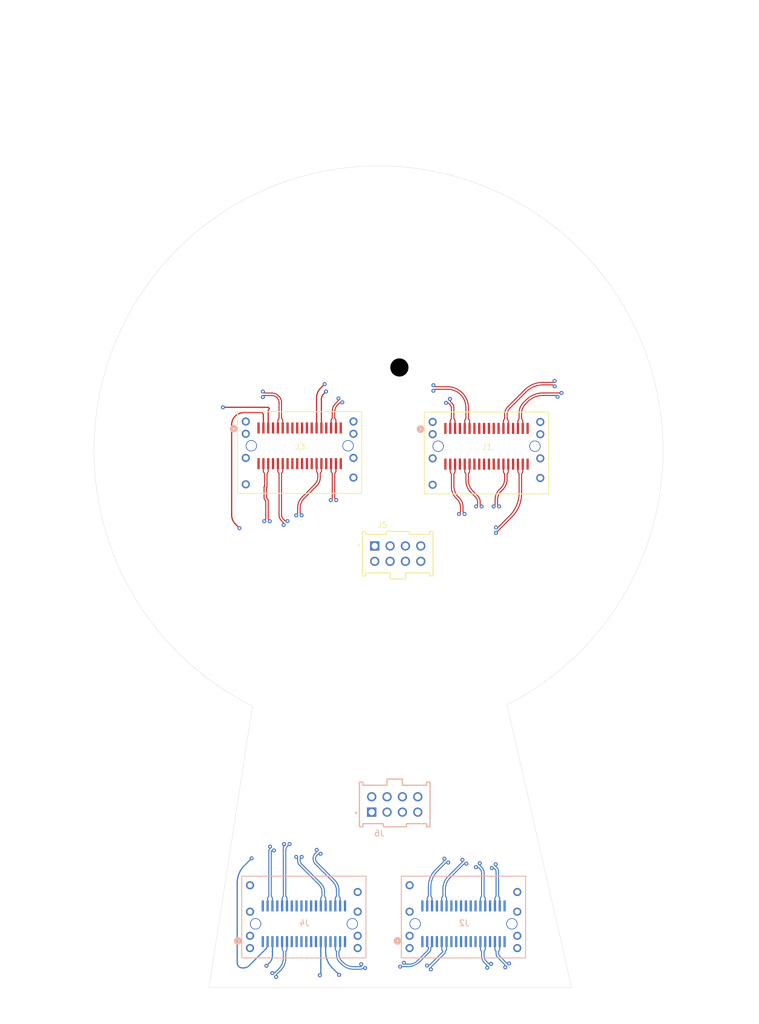
<source format=kicad_pcb>
(kicad_pcb (version 20241229) (generator "pcbnew") (generator_version "9.0")
  (layers (0 "F.Cu" signal "TopLayer") (4 "In1.Cu" signal "Inner1") (6 "In2.Cu" power "Inner2") (8 "In3.Cu" signal) (10 "In4.Cu" signal) (2 "B.Cu" signal "BottomLayer") (13 "F.Paste" user "TopPasteMaskLayer") (15 "B.Paste" user "BottomPasteMaskLayer") (5 "F.SilkS" user "TopSilkLayer") (7 "B.SilkS" user "BottomSilkLayer") (1 "F.Mask" user "TopSolderMaskLayer") (3 "B.Mask" user "BottomSolderMaskLayer") (25 "Edge.Cuts" user))
  (net 0 "")
  (net 1 "DGND")
  (net 2 "Test_point{0}_P")
  (net 3 "WORD_CLK_0a_P")
  (net 4 "SER_CLK_0a_P")
  (net 5 "DATA_OUT_1a_P")
  (net 6 "RD_CLK0a_P")
  (net 7 "WORD_CLK_1a_P")
  (net 8 "SER_CLK_1a_P")
  (net 9 "DATA_OUT_0a_P")
  (net 10 "ASIC_GR")
  (net 11 "SACI_CLK_P")
  (net 12 "ASIC{0}_SACI_SEL")
  (net 13 "ASIC_SampClkEn_P")
  (net 14 "SPARE_HR{0}_P")
  (net 15 "ASIC{0123}_DM_SN_IO")
  (net 16 "ASIC_SR0_P")
  (net 17 "SACI_CMD_P")
  (net 18 "SACI_RESP_P")
  (net 19 "ASIC_PULSE")
  (net 20 "/VDD1")
  (net 21 "AGND")
  (net 22 "/VDD2")
  (net 23 "Test_point{0}_N")
  (net 24 "RD_CLK0a_N")
  (net 25 "WORD_CLK_0a_N")
  (net 26 "DATA_OUT_1a_N")
  (net 27 "SER_CLK_0a_N")
  (net 28 "SER_CLK_1a_N")
  (net 29 "DATA_OUT_0a_N")
  (net 30 "WORD_CLK_1a_N")
  (net 31 "SPARE_HR{0}_N")
  (net 32 "SACI_RESP_N")
  (net 33 "ASIC_SampClkEn_N")
  (net 34 "SACI_CMD_N")
  (net 35 "SACI_CLK_N")
  (net 36 "ASIC_SR0_N")
  (footprint "lib:SAMTEC_IPL1-104-01-L-D-K" (layer "F.Cu") (at 98.73 100.27)
    (property "Reference" "J5")
    (property "Value" "IPL1-104-01-L-D-K")
  )
  (footprint "757840140:CONN36_84-0140_MOL" (layer "F.Cu") (at 75.7 79.62 180)
    (property "Reference" "J3")
    (property "Value" "CONN_MINI_SAS_RCPT_36POS_SLD_SMD")
  )
  (footprint "757840140:CONN36_84-0140_MOL" (layer "F.Cu") (at 106.6082 79.6938 180)
    (property "Reference" "J1")
    (property "Value" "CONN_MINI_SAS_RCPT_36POS_SLD_SMD")
  )
  (footprint "MountingHole:MountingHole_3mm" (layer "F.Cu") (at 99 69.5)
    (property "Reference" "REF**" (hide yes))
    (property "Value" "MountingHole_3mm")
  )
  (footprint "757840140:CONN36_84-0140_MOL" (layer "B.Cu") (at 76.4 164.28 180)
    (property "Reference" "J4")
    (property "Value" "CONN_MINI_SAS_RCPT_36POS_SLD_SMD")
  )
  (footprint "757840140:CONN36_84-0140_MOL" (layer "B.Cu") (at 102.8 164.28 180)
    (property "Reference" "J2")
    (property "Value" "CONN_MINI_SAS_RCPT_36POS_SLD_SMD")
  )
  (footprint "lib:SAMTEC_IPL1-104-01-L-D-K" (layer "B.Cu") (at 98.23 141.73)
    (property "Reference" "J6")
    (property "Value" "IPL1-104-01-L-D-K")
  )
  (gr_line (start 67.5 172) (end 127.5 172) (stroke (width 0.05)) (layer "Edge.Cuts"))
  (gr_line (start 127.5 172) (end 116.799521 125.249998) (stroke (width 0.05)) (layer "Edge.Cuts"))
  (gr_line (start 74.700478 125.450472) (end 67.5 172) (stroke (width 0.05)) (layer "Edge.Cuts"))
  (gr_arc (start 74.700478 125.450472) (mid 95.32538 36.18077) (end 116.799521 125.249999) (stroke (width 0.05)) (layer "Edge.Cuts"))
  (segment (start 119.506606 75.312701) (end 119.955255 74.864053) (width 0.1701) (layer "F.Cu") (net 2))
  (segment (start 122.737889 73.711448) (end 125.808552 73.711448) (width 0.1701) (layer "F.Cu") (net 2))
  (segment (start 118.6082 78.339695) (end 118.6082 79.5738) (width 0.1701) (layer "F.Cu") (net 2))
  (segment (start 118.80265 77.012203) (end 118.80265 77.870252) (width 0.1701) (layer "F.Cu") (net 2))
  (via (at 116.511448 168.648552) (size 0.66) (drill 0.3) (layers "F.Cu" "B.Cu") (net 2))
  (via (at 125.808552 73.711448) (size 0.66) (drill 0.3) (layers "F.Cu" "B.Cu") (net 2))
  (arc (start 122.737889 73.711448) (mid 121.231938 74.011) (end 119.955255 74.864053) (width 0.1701) (layer "F.Cu") (net 2))
  (arc (start 119.506606 75.312701) (mid 118.985602 76.092439) (end 118.80265 77.012203) (width 0.1701) (layer "F.Cu") (net 2))
  (arc (start 118.80265 77.870252) (mid 118.777382 77.997282) (end 118.705425 78.104974) (width 0.1701) (layer "F.Cu") (net 2))
  (arc (start 118.705425 78.104974) (mid 118.633467 78.212665) (end 118.6082 78.339695) (width 0.1701) (layer "F.Cu") (net 2))
  (segment (start 114.99445 166.375596) (end 114.99445 166.103547) (width 0.1701) (layer "B.Cu") (net 2))
  (segment (start 114.8 165.634104) (end 114.8 164.4) (width 0.1701) (layer "B.Cu") (net 2))
  (segment (start 115.284042 167.074734) (end 116.388972 168.179664) (width 0.1701) (layer "B.Cu") (net 2))
  (segment (start 116.511448 168.648552) (end 116.511448 168.475346) (width 0.1701) (layer "B.Cu") (net 2))
  (arc (start 114.99445 166.375596) (mid 115.069712 166.753966) (end 115.284042 167.074734) (width 0.1701) (layer "B.Cu") (net 2))
  (arc (start 114.8 165.634104) (mid 114.825267 165.761134) (end 114.897225 165.868826) (width 0.1701) (layer "B.Cu") (net 2))
  (arc (start 114.897225 165.868826) (mid 114.969182 165.976517) (end 114.99445 166.103547) (width 0.1701) (layer "B.Cu") (net 2))
  (arc (start 116.388972 168.179664) (mid 116.479617 168.315324) (end 116.511448 168.475346) (width 0.1701) (layer "B.Cu") (net 2))
  (segment (start 115.777989 89.431318) (end 115.488591 89.720716) (width 0.1701) (layer "F.Cu") (net 3))
  (segment (start 114.83445 92.051844) (end 114.83445 91.299954) (width 0.1701) (layer "F.Cu") (net 3))
  (segment (start 116.2082 86.707904) (end 116.2082 85.4738) (width 0.1701) (layer "F.Cu") (net 3))
  (segment (start 116.40265 87.177347) (end 116.40265 87.923254) (width 0.1701) (layer "F.Cu") (net 3))
  (segment (start 114.711975 92.347525) (end 114.5895 92.47) (width 0.1701) (layer "F.Cu") (net 3))
  (via (at 111.661448 152.088552) (size 0.66) (drill 0.3) (layers "F.Cu" "B.Cu") (net 3))
  (via (at 114.5895 92.47) (size 0.66) (drill 0.3) (layers "F.Cu" "B.Cu") (net 3))
  (arc (start 116.40265 87.923254) (mid 116.240305 88.739412) (end 115.777989 89.431318) (width 0.1701) (layer "F.Cu") (net 3))
  (arc (start 116.305425 86.942626) (mid 116.377382 87.050317) (end 116.40265 87.177347) (width 0.1701) (layer "F.Cu") (net 3))
  (arc (start 114.83445 92.051844) (mid 114.802619 92.211865) (end 114.711975 92.347525) (width 0.1701) (layer "F.Cu") (net 3))
  (arc (start 115.488591 89.720716) (mid 115.004455 90.445276) (end 114.83445 91.299954) (width 0.1701) (layer "F.Cu") (net 3))
  (arc (start 116.2082 86.707904) (mid 116.233467 86.834934) (end 116.305425 86.942626) (width 0.1701) (layer "F.Cu") (net 3))
  (segment (start 112.4 157.265895) (end 112.4 158.5) (width 0.1701) (layer "B.Cu") (net 3))
  (segment (start 111.834654 152.088552) (end 111.661448 152.088552) (width 0.1701) (layer "B.Cu") (net 3))
  (segment (start 112.59445 153.089923) (end 112.59445 156.796452) (width 0.1701) (layer "B.Cu") (net 3))
  (segment (start 112.130335 152.211027) (end 112.301155 152.381847) (width 0.1701) (layer "B.Cu") (net 3))
  (arc (start 112.130335 152.211027) (mid 111.994675 152.120382) (end 111.834654 152.088552) (width 0.1701) (layer "B.Cu") (net 3))
  (arc (start 112.59445 156.796452) (mid 112.569182 156.923482) (end 112.497225 157.031174) (width 0.1701) (layer "B.Cu") (net 3))
  (arc (start 112.301155 152.381847) (mid 112.518225 152.706715) (end 112.59445 153.089923) (width 0.1701) (layer "B.Cu") (net 3))
  (arc (start 112.497225 157.031174) (mid 112.425267 157.138865) (end 112.4 157.265895) (width 0.1701) (layer "B.Cu") (net 3))
  (segment (start 109.8082 86.707904) (end 109.8082 85.4738) (width 0.1701) (layer "F.Cu") (net 4))
  (segment (start 110.00265 88.191596) (end 110.00265 87.177347) (width 0.1701) (layer "F.Cu") (net 4))
  (segment (start 110.817057 90.157749) (end 111.608606 90.949298) (width 0.1701) (layer "F.Cu") (net 4))
  (segment (start 111.821975 92.357525) (end 111.6995 92.48) (width 0.1701) (layer "F.Cu") (net 4))
  (segment (start 111.94445 92.061844) (end 111.94445 91.760096) (width 0.1701) (layer "F.Cu") (net 4))
  (via (at 111.6995 92.48) (size 0.66) (drill 0.3) (layers "F.Cu" "B.Cu") (net 4))
  (via (at 109.431448 150.881448) (size 0.66) (drill 0.3) (layers "F.Cu" "B.Cu") (net 4))
  (arc (start 110.00265 88.191596) (mid 110.214307 89.25567) (end 110.817057 90.157749) (width 0.1701) (layer "F.Cu") (net 4))
  (arc (start 111.94445 92.061844) (mid 111.912619 92.221865) (end 111.821975 92.357525) (width 0.1701) (layer "F.Cu") (net 4))
  (arc (start 109.8082 86.707904) (mid 109.833467 86.834934) (end 109.905425 86.942626) (width 0.1701) (layer "F.Cu") (net 4))
  (arc (start 109.905425 86.942626) (mid 109.977382 87.050317) (end 110.00265 87.177347) (width 0.1701) (layer "F.Cu") (net 4))
  (arc (start 111.608606 90.949298) (mid 111.857166 91.321295) (end 111.94445 91.760096) (width 0.1701) (layer "F.Cu") (net 4))
  (segment (start 106.19445 156.796452) (end 106.19445 155.699403) (width 0.1701) (layer "B.Cu") (net 4))
  (segment (start 106 157.265895) (end 106 158.5) (width 0.1701) (layer "B.Cu") (net 4))
  (segment (start 109.431448 151.054654) (end 109.431448 150.881448) (width 0.1701) (layer "B.Cu") (net 4))
  (segment (start 109.308972 151.350335) (end 107.067405 153.591902) (width 0.1701) (layer "B.Cu") (net 4))
  (arc (start 107.067405 153.591902) (mid 106.421323 154.558831) (end 106.19445 155.699403) (width 0.1701) (layer "B.Cu") (net 4))
  (arc (start 109.431448 151.054654) (mid 109.399617 151.214675) (end 109.308972 151.350335) (width 0.1701) (layer "B.Cu") (net 4))
  (arc (start 106.097225 157.031174) (mid 106.025267 157.138865) (end 106 157.265895) (width 0.1701) (layer "B.Cu") (net 4))
  (arc (start 106.19445 156.796452) (mid 106.169182 156.923482) (end 106.097225 157.031174) (width 0.1701) (layer "B.Cu") (net 4))
  (segment (start 107.602649 77.870248) (end 107.602649 76.251493) (width 0.1701) (layer "F.Cu") (net 5))
  (segment (start 106.894654 75.338552) (end 106.721448 75.338552) (width 0.1701) (layer "F.Cu") (net 5))
  (segment (start 107.190335 75.461027) (end 107.335254 75.605946) (width 0.1701) (layer "F.Cu") (net 5))
  (segment (start 107.408197 78.339697) (end 107.408197 79.5738) (width 0.1701) (layer "F.Cu") (net 5))
  (via (at 99.758552 167.901448) (size 0.66) (drill 0.3) (layers "F.Cu" "B.Cu") (net 5))
  (via (at 106.721448 75.338552) (size 0.66) (drill 0.3) (layers "F.Cu" "B.Cu") (net 5))
  (arc (start 107.602649 77.870248) (mid 107.57738 77.99728) (end 107.505423 78.104973) (width 0.1701) (layer "F.Cu") (net 5))
  (arc (start 107.190335 75.461027) (mid 107.054675 75.370382) (end 106.894654 75.338552) (width 0.1701) (layer "F.Cu") (net 5))
  (arc (start 107.505423 78.104973) (mid 107.433465 78.212665) (end 107.408197 78.339697) (width 0.1701) (layer "F.Cu") (net 5))
  (arc (start 107.335254 75.605946) (mid 107.533155 75.902125) (end 107.602649 76.251493) (width 0.1701) (layer "F.Cu") (net 5))
  (segment (start 99.871553 168.014449) (end 99.758552 167.901448) (width 0.1701) (layer "B.Cu") (net 5))
  (segment (start 103.647191 165.882116) (end 101.902948 167.626359) (width 0.1701) (layer "B.Cu") (net 5))
  (segment (start 103.794449 165.45585) (end 103.794449 165.526605) (width 0.1701) (layer "B.Cu") (net 5))
  (segment (start 103.599997 164.986401) (end 103.599997 164.4) (width 0.1701) (layer "B.Cu") (net 5))
  (segment (start 100.144363 168.127451) (end 100.693206 168.127451) (width 0.1701) (layer "B.Cu") (net 5))
  (arc (start 101.902948 167.626359) (mid 101.347913 167.997221) (end 100.693206 168.127451) (width 0.1701) (layer "B.Cu") (net 5))
  (arc (start 103.599997 164.986401) (mid 103.625265 165.113433) (end 103.697223 165.221126) (width 0.1701) (layer "B.Cu") (net 5))
  (arc (start 103.794449 165.526605) (mid 103.756177 165.719006) (end 103.647191 165.882116) (width 0.1701) (layer "B.Cu") (net 5))
  (arc (start 103.697223 165.221126) (mid 103.76918 165.328818) (end 103.794449 165.45585) (width 0.1701) (layer "B.Cu") (net 5))
  (arc (start 99.871553 168.014449) (mid 99.996719 168.098082) (end 100.144363 168.127451) (width 0.1701) (layer "B.Cu") (net 5))
  (segment (start 114.98 95.9395) (end 115.139808 95.9395) (width 0.1701) (layer "F.Cu") (net 6))
  (segment (start 118.80265 87.177347) (end 118.80265 90.182502) (width 0.1701) (layer "F.Cu") (net 6))
  (segment (start 118.6082 86.707904) (end 118.6082 85.4738) (width 0.1701) (layer "F.Cu") (net 6))
  (segment (start 117.208856 94.030258) (end 115.412617 95.826498) (width 0.1701) (layer "F.Cu") (net 6))
  (via (at 114.291448 152.248552) (size 0.66) (drill 0.3) (layers "F.Cu" "B.Cu") (net 6))
  (via (at 114.98 95.9395) (size 0.66) (drill 0.3) (layers "F.Cu" "B.Cu") (net 6))
  (arc (start 118.705425 86.942626) (mid 118.777382 87.050317) (end 118.80265 87.177347) (width 0.1701) (layer "F.Cu") (net 6))
  (arc (start 118.80265 90.182502) (mid 118.388436 92.264892) (end 117.208856 94.030258) (width 0.1701) (layer "F.Cu") (net 6))
  (arc (start 115.412617 95.826498) (mid 115.287451 95.910131) (end 115.139808 95.9395) (width 0.1701) (layer "F.Cu") (net 6))
  (arc (start 118.6082 86.707904) (mid 118.633467 86.834934) (end 118.705425 86.942626) (width 0.1701) (layer "F.Cu") (net 6))
  (segment (start 114.8 157.265895) (end 114.8 158.5) (width 0.1701) (layer "B.Cu") (net 6))
  (segment (start 114.760335 152.371027) (end 114.816155 152.426847) (width 0.1701) (layer "B.Cu") (net 6))
  (segment (start 114.291448 152.248552) (end 114.464654 152.248552) (width 0.1701) (layer "B.Cu") (net 6))
  (segment (start 114.99445 152.857289) (end 114.99445 156.796452) (width 0.1701) (layer "B.Cu") (net 6))
  (arc (start 114.897225 157.031174) (mid 114.825267 157.138865) (end 114.8 157.265895) (width 0.1701) (layer "B.Cu") (net 6))
  (arc (start 114.760335 152.371027) (mid 114.624675 152.280382) (end 114.464654 152.248552) (width 0.1701) (layer "B.Cu") (net 6))
  (arc (start 114.99445 156.796452) (mid 114.969182 156.923482) (end 114.897225 157.031174) (width 0.1701) (layer "B.Cu") (net 6))
  (arc (start 114.816155 152.426847) (mid 114.948112 152.624335) (end 114.99445 152.857289) (width 0.1701) (layer "B.Cu") (net 6))
  (segment (start 119.724424 73.194883) (end 116.92983 75.989477) (width 0.1701) (layer "F.Cu") (net 7))
  (segment (start 124.68 71.7195) (end 124.557525 71.841975) (width 0.1701) (layer "F.Cu") (net 7))
  (segment (start 124.261844 71.96445) (end 122.694954 71.96445) (width 0.1701) (layer "F.Cu") (net 7))
  (segment (start 116.2082 78.339695) (end 116.2082 79.5738) (width 0.1701) (layer "F.Cu") (net 7))
  (segment (start 116.40265 77.870252) (end 116.40265 77.262203) (width 0.1701) (layer "F.Cu") (net 7))
  (via (at 113.531448 168.718552) (size 0.66) (drill 0.3) (layers "F.Cu" "B.Cu") (net 7))
  (via (at 124.68 71.7195) (size 0.66) (drill 0.3) (layers "F.Cu" "B.Cu") (net 7))
  (arc (start 124.557525 71.841975) (mid 124.421865 71.932619) (end 124.261844 71.96445) (width 0.1701) (layer "F.Cu") (net 7))
  (arc (start 122.694954 71.96445) (mid 121.087314 72.284229) (end 119.724424 73.194883) (width 0.1701) (layer "F.Cu") (net 7))
  (arc (start 116.92983 75.989477) (mid 116.539659 76.573408) (end 116.40265 77.262203) (width 0.1701) (layer "F.Cu") (net 7))
  (arc (start 116.305425 78.104974) (mid 116.233467 78.212665) (end 116.2082 78.339695) (width 0.1701) (layer "F.Cu") (net 7))
  (arc (start 116.40265 77.870252) (mid 116.377382 77.997282) (end 116.305425 78.104974) (width 0.1701) (layer "F.Cu") (net 7))
  (segment (start 112.4 165.634104) (end 112.4 164.4) (width 0.1701) (layer "B.Cu") (net 7))
  (segment (start 113.062949 167.903641) (end 113.408972 168.249664) (width 0.1701) (layer "B.Cu") (net 7))
  (segment (start 112.59445 166.772584) (end 112.59445 166.103547) (width 0.1701) (layer "B.Cu") (net 7))
  (segment (start 113.531448 168.718552) (end 113.531448 168.545346) (width 0.1701) (layer "B.Cu") (net 7))
  (arc (start 113.408972 168.249664) (mid 113.499617 168.385324) (end 113.531448 168.545346) (width 0.1701) (layer "B.Cu") (net 7))
  (arc (start 112.59445 166.772584) (mid 112.716208 167.384707) (end 113.062949 167.903641) (width 0.1701) (layer "B.Cu") (net 7))
  (arc (start 112.497225 165.868826) (mid 112.569182 165.976517) (end 112.59445 166.103547) (width 0.1701) (layer "B.Cu") (net 7))
  (arc (start 112.4 165.634104) (mid 112.425267 165.761134) (end 112.497225 165.868826) (width 0.1701) (layer "B.Cu") (net 7))
  (segment (start 106.967769 73.09555) (end 105.048155 73.09555) (width 0.1701) (layer "F.Cu") (net 8))
  (segment (start 110.00265 77.870252) (end 110.00265 76.13043) (width 0.1701) (layer "F.Cu") (net 8))
  (segment (start 109.8082 78.339695) (end 109.8082 79.5738) (width 0.1701) (layer "F.Cu") (net 8))
  (segment (start 104.752475 73.218025) (end 104.63 73.3405) (width 0.1701) (layer "F.Cu") (net 8))
  (via (at 104.63 73.3405) (size 0.66) (drill 0.3) (layers "F.Cu" "B.Cu") (net 8))
  (via (at 103.571448 168.351448) (size 0.66) (drill 0.3) (layers "F.Cu" "B.Cu") (net 8))
  (arc (start 109.113754 73.984446) (mid 108.129167 73.326566) (end 106.967769 73.09555) (width 0.1701) (layer "F.Cu") (net 8))
  (arc (start 110.00265 77.870252) (mid 109.977382 77.997282) (end 109.905425 78.104974) (width 0.1701) (layer "F.Cu") (net 8))
  (arc (start 109.905425 78.104974) (mid 109.833467 78.212665) (end 109.8082 78.339695) (width 0.1701) (layer "F.Cu") (net 8))
  (arc (start 105.048155 73.09555) (mid 104.888134 73.12738) (end 104.752475 73.218025) (width 0.1701) (layer "F.Cu") (net 8))
  (arc (start 109.113754 73.984446) (mid 109.771633 74.969031) (end 110.00265 76.13043) (width 0.1701) (layer "F.Cu") (net 8))
  (segment (start 106.15598 166.113327) (end 104.040335 168.228972) (width 0.1701) (layer "B.Cu") (net 8))
  (segment (start 106 165.634104) (end 106 164.4) (width 0.1701) (layer "B.Cu") (net 8))
  (segment (start 103.571448 168.351448) (end 103.744654 168.351448) (width 0.1701) (layer "B.Cu") (net 8))
  (segment (start 106.097225 165.868826) (end 106.15598 165.927581) (width 0.1701) (layer "B.Cu") (net 8))
  (arc (start 104.040335 168.228972) (mid 103.904675 168.319617) (end 103.744654 168.351448) (width 0.1701) (layer "B.Cu") (net 8))
  (arc (start 106.15598 165.927581) (mid 106.184451 165.970191) (end 106.19445 166.020454) (width 0.1701) (layer "B.Cu") (net 8))
  (arc (start 106.19445 166.020454) (mid 106.184451 166.070716) (end 106.15598 166.113327) (width 0.1701) (layer "B.Cu") (net 8))
  (arc (start 106 165.634104) (mid 106.025267 165.761134) (end 106.097225 165.868826) (width 0.1701) (layer "B.Cu") (net 8))
  (segment (start 108.358549 91.079241) (end 108.534654 91.255346) (width 0.1701) (layer "F.Cu") (net 9))
  (segment (start 109.11445 93.301844) (end 109.11445 92.655096) (width 0.1701) (layer "F.Cu") (net 9))
  (segment (start 108.8695 93.72) (end 108.991975 93.597525) (width 0.1701) (layer "F.Cu") (net 9))
  (segment (start 107.602649 87.177351) (end 107.602649 89.254336) (width 0.1701) (layer "F.Cu") (net 9))
  (segment (start 107.408197 86.707902) (end 107.408197 85.4738) (width 0.1701) (layer "F.Cu") (net 9))
  (via (at 108.8695 93.72) (size 0.66) (drill 0.3) (layers "F.Cu" "B.Cu") (net 9))
  (via (at 106.441448 150.691448) (size 0.66) (drill 0.3) (layers "F.Cu" "B.Cu") (net 9))
  (arc (start 107.602649 89.254336) (mid 107.799101 90.241967) (end 108.358549 91.079241) (width 0.1701) (layer "F.Cu") (net 9))
  (arc (start 109.11445 93.301844) (mid 109.082619 93.461865) (end 108.991975 93.597525) (width 0.1701) (layer "F.Cu") (net 9))
  (arc (start 107.408197 86.707902) (mid 107.433465 86.834934) (end 107.505423 86.942627) (width 0.1701) (layer "F.Cu") (net 9))
  (arc (start 108.534654 91.255346) (mid 108.963765 91.897557) (end 109.11445 92.655096) (width 0.1701) (layer "F.Cu") (net 9))
  (arc (start 107.505423 86.942627) (mid 107.57738 87.050319) (end 107.602649 87.177351) (width 0.1701) (layer "F.Cu") (net 9))
  (segment (start 103.599997 157.265897) (end 103.599997 158.5) (width 0.1701) (layer "B.Cu") (net 9))
  (segment (start 104.943174 152.536132) (end 106.318972 151.160335) (width 0.1701) (layer "B.Cu") (net 9))
  (segment (start 103.794449 155.309403) (end 103.794449 156.796448) (width 0.1701) (layer "B.Cu") (net 9))
  (segment (start 106.441448 150.691448) (end 106.441448 150.864654) (width 0.1701) (layer "B.Cu") (net 9))
  (arc (start 104.943174 152.536132) (mid 104.092992 153.808519) (end 103.794449 155.309403) (width 0.1701) (layer "B.Cu") (net 9))
  (arc (start 103.794449 156.796448) (mid 103.76918 156.92348) (end 103.697223 157.031173) (width 0.1701) (layer "B.Cu") (net 9))
  (arc (start 103.697223 157.031173) (mid 103.625265 157.138865) (end 103.599997 157.265897) (width 0.1701) (layer "B.Cu") (net 9))
  (arc (start 106.441448 150.864654) (mid 106.409617 151.024675) (end 106.318972 151.160335) (width 0.1701) (layer "B.Cu") (net 9))
  (segment (start 86.63 72.25) (end 85.965 72.915) (width 0.2095) (layer "F.Cu") (net 10))
  (segment (start 85.3 74.520452) (end 85.3 79.5) (width 0.2095) (layer "F.Cu") (net 10))
  (via (at 85.84 169.96) (size 0.66) (drill 0.3) (layers "F.Cu" "B.Cu") (net 10))
  (via (at 86.63 72.25) (size 0.66) (drill 0.3) (layers "F.Cu" "B.Cu") (net 10))
  (arc (start 85.965 72.915) (mid 85.472827 73.651587) (end 85.3 74.520452) (width 0.2095) (layer "F.Cu") (net 10))
  (segment (start 85.92 169.88) (end 85.84 169.96) (width 0.2095) (layer "B.Cu") (net 10))
  (segment (start 86 169.686862) (end 86 164.4) (width 0.2095) (layer "B.Cu") (net 10))
  (arc (start 86 169.686862) (mid 85.979208 169.791387) (end 85.92 169.88) (width 0.2095) (layer "B.Cu") (net 10))
  (segment (start 85.3 86.634104) (end 85.3 85.4) (width 0.1701) (layer "F.Cu") (net 11))
  (segment (start 85.49445 87.103547) (end 85.49445 87.645454) (width 0.1701) (layer "F.Cu") (net 11))
  (segment (start 82.051975 93.817525) (end 81.9295 93.94) (width 0.1701) (layer "F.Cu") (net 11))
  (segment (start 82.899302 90.920005) (end 85.014039 88.805268) (width 0.1701) (layer "F.Cu") (net 11))
  (segment (start 82.17445 92.669954) (end 82.17445 93.521844) (width 0.1701) (layer "F.Cu") (net 11))
  (via (at 81.9295 150.4) (size 0.66) (drill 0.3) (layers "F.Cu" "B.Cu") (net 11))
  (via (at 81.9295 93.94) (size 0.66) (drill 0.3) (layers "F.Cu" "B.Cu") (net 11))
  (arc (start 82.17445 93.521844) (mid 82.142619 93.681865) (end 82.051975 93.817525) (width 0.1701) (layer "F.Cu") (net 11))
  (arc (start 85.49445 87.645454) (mid 85.369595 88.273141) (end 85.014039 88.805268) (width 0.1701) (layer "F.Cu") (net 11))
  (arc (start 85.397225 86.868826) (mid 85.469182 86.976517) (end 85.49445 87.103547) (width 0.1701) (layer "F.Cu") (net 11))
  (arc (start 85.3 86.634104) (mid 85.325267 86.761134) (end 85.397225 86.868826) (width 0.1701) (layer "F.Cu") (net 11))
  (arc (start 82.899302 90.920005) (mid 82.362832 91.722888) (end 82.17445 92.669954) (width 0.1701) (layer "F.Cu") (net 11))
  (segment (start 86.19445 156.219545) (end 86.19445 156.796452) (width 0.1701) (layer "B.Cu") (net 11))
  (segment (start 81.9295 150.4) (end 82.051975 150.522475) (width 0.1701) (layer "B.Cu") (net 11))
  (segment (start 82.17445 150.818155) (end 82.17445 151.065046) (width 0.1701) (layer "B.Cu") (net 11))
  (segment (start 86 157.265895) (end 86 158.5) (width 0.1701) (layer "B.Cu") (net 11))
  (segment (start 85.68929 154.999982) (end 82.471502 151.782194) (width 0.1701) (layer "B.Cu") (net 11))
  (arc (start 82.17445 151.065046) (mid 82.251651 151.453163) (end 82.471502 151.782194) (width 0.1701) (layer "B.Cu") (net 11))
  (arc (start 86.097225 157.031174) (mid 86.025267 157.138865) (end 86 157.265895) (width 0.1701) (layer "B.Cu") (net 11))
  (arc (start 86.19445 156.796452) (mid 86.169182 156.923482) (end 86.097225 157.031174) (width 0.1701) (layer "B.Cu") (net 11))
  (arc (start 85.68929 154.999982) (mid 86.063163 155.559522) (end 86.19445 156.219545) (width 0.1701) (layer "B.Cu") (net 11))
  (arc (start 82.051975 150.522475) (mid 82.142619 150.658134) (end 82.17445 150.818155) (width 0.1701) (layer "B.Cu") (net 11))
  (segment (start 71.895 95.415) (end 72.54 96.06) (width 0.2095) (layer "F.Cu") (net 12))
  (segment (start 76.02636 76.96) (end 73.249998 76.96) (width 0.2095) (layer "F.Cu") (net 12))
  (segment (start 76.339998 77.029998) (end 76.225 76.915) (width 0.2095) (layer "F.Cu") (net 12))
  (segment (start 76.499997 77.416269) (end 76.499997 79.5) (width 0.2095) (layer "F.Cu") (net 12))
  (segment (start 71.25 78.959998) (end 71.25 93.857832) (width 0.2095) (layer "F.Cu") (net 12))
  (via (at 72.54 96.06) (size 0.66) (drill 0.3) (layers "F.Cu" "B.Cu") (net 12))
  (via (at 74.55 150.64) (size 0.66) (drill 0.3) (layers "F.Cu" "B.Cu") (net 12))
  (arc (start 71.25 93.857832) (mid 71.41763 94.700565) (end 71.895 95.415) (width 0.2095) (layer "F.Cu") (net 12))
  (arc (start 76.225 76.915) (mid 76.18 76.89636) (end 76.135 76.915) (width 0.2095) (layer "F.Cu") (net 12))
  (arc (start 76.135 76.915) (mid 76.085155 76.948304) (end 76.02636 76.96) (width 0.2095) (layer "F.Cu") (net 12))
  (arc (start 76.339998 77.029998) (mid 76.458414 77.20722) (end 76.499997 77.416269) (width 0.2095) (layer "F.Cu") (net 12))
  (arc (start 73.249998 76.96) (mid 71.835785 77.545785) (end 71.25 78.959998) (width 0.2095) (layer "F.Cu") (net 12))
  (segment (start 72.17 167.913517) (end 72.17 154.702914) (width 0.2095) (layer "B.Cu") (net 12))
  (segment (start 77.199997 164.8572) (end 77.199997 164.4) (width 0.2095) (layer "B.Cu") (net 12))
  (segment (start 73.006482 168.75) (end 73.212198 168.75) (width 0.2095) (layer "B.Cu") (net 12))
  (segment (start 76.876707 165.637689) (end 74.15486 168.359536) (width 0.2095) (layer "B.Cu") (net 12))
  (segment (start 74.55 150.64) (end 73.36 151.83) (width 0.2095) (layer "B.Cu") (net 12))
  (arc (start 74.15486 168.359536) (mid 73.722363 168.648521) (end 73.212198 168.75) (width 0.2095) (layer "B.Cu") (net 12))
  (arc (start 72.17 167.913517) (mid 72.233673 168.233625) (end 72.415 168.505) (width 0.2095) (layer "B.Cu") (net 12))
  (arc (start 73.36 151.83) (mid 72.47927 153.148104) (end 72.17 154.702914) (width 0.2095) (layer "B.Cu") (net 12))
  (arc (start 77.199997 164.8572) (mid 77.115976 165.279597) (end 76.876707 165.637689) (width 0.2095) (layer "B.Cu") (net 12))
  (arc (start 72.415 168.505) (mid 72.686374 168.686326) (end 73.006482 168.75) (width 0.2095) (layer "B.Cu") (net 12))
  (segment (start 76.41 74.3805) (end 76.532475 74.258025) (width 0.1701) (layer "F.Cu") (net 13))
  (segment (start 79.09445 77.796452) (end 79.09445 75.329828) (width 0.1701) (layer "F.Cu") (net 13))
  (segment (start 78.9 78.265895) (end 78.9 79.5) (width 0.1701) (layer "F.Cu") (net 13))
  (segment (start 77.900171 74.13555) (end 76.828155 74.13555) (width 0.1701) (layer "F.Cu") (net 13))
  (via (at 76.41 74.3805) (size 0.66) (drill 0.3) (layers "F.Cu" "B.Cu") (net 13))
  (via (at 77.981448 169.601448) (size 0.66) (drill 0.3) (layers "F.Cu" "B.Cu") (net 13))
  (arc (start 79.09445 77.796452) (mid 79.069182 77.923482) (end 78.997225 78.031174) (width 0.1701) (layer "F.Cu") (net 13))
  (arc (start 78.744654 74.485346) (mid 78.357202 74.226459) (end 77.900171 74.13555) (width 0.1701) (layer "F.Cu") (net 13))
  (arc (start 78.997225 78.031174) (mid 78.925267 78.138865) (end 78.9 78.265895) (width 0.1701) (layer "F.Cu") (net 13))
  (arc (start 76.828155 74.13555) (mid 76.668134 74.16738) (end 76.532475 74.258025) (width 0.1701) (layer "F.Cu") (net 13))
  (arc (start 78.744654 74.485346) (mid 79.00354 74.872797) (end 79.09445 75.329828) (width 0.1701) (layer "F.Cu") (net 13))
  (segment (start 78.154654 169.601448) (end 77.981448 169.601448) (width 0.1701) (layer "B.Cu") (net 13))
  (segment (start 79.6 165.634104) (end 79.6 164.4) (width 0.1701) (layer "B.Cu") (net 13))
  (segment (start 79.061154 168.868152) (end 78.450335 169.478972) (width 0.1701) (layer "B.Cu") (net 13))
  (segment (start 79.79445 166.103547) (end 79.79445 167.097822) (width 0.1701) (layer "B.Cu") (net 13))
  (arc (start 79.697225 165.868826) (mid 79.769182 165.976517) (end 79.79445 166.103547) (width 0.1701) (layer "B.Cu") (net 13))
  (arc (start 79.6 165.634104) (mid 79.625267 165.761134) (end 79.697225 165.868826) (width 0.1701) (layer "B.Cu") (net 13))
  (arc (start 79.79445 167.097822) (mid 79.603872 168.055918) (end 79.061154 168.868152) (width 0.1701) (layer "B.Cu") (net 13))
  (arc (start 78.450335 169.478972) (mid 78.314675 169.569617) (end 78.154654 169.601448) (width 0.1701) (layer "B.Cu") (net 13))
  (segment (start 87.7 78.265895) (end 87.7 79.5) (width 0.1701) (layer "F.Cu") (net 14))
  (segment (start 87.89445 77.796452) (end 87.89445 76.721055) (width 0.1701) (layer "F.Cu") (net 14))
  (segment (start 88.798972 75.090335) (end 88.407949 75.481359) (width 0.1701) (layer "F.Cu") (net 14))
  (segment (start 88.921448 74.621448) (end 88.921448 74.794654) (width 0.1701) (layer "F.Cu") (net 14))
  (via (at 88.921448 74.621448) (size 0.66) (drill 0.3) (layers "F.Cu" "B.Cu") (net 14))
  (via (at 93.328552 168.778552) (size 0.66) (drill 0.3) (layers "F.Cu" "B.Cu") (net 14))
  (arc (start 88.921448 74.794654) (mid 88.889617 74.954675) (end 88.798972 75.090335) (width 0.1701) (layer "F.Cu") (net 14))
  (arc (start 87.89445 77.796452) (mid 87.869182 77.923482) (end 87.797225 78.031174) (width 0.1701) (layer "F.Cu") (net 14))
  (arc (start 87.797225 78.031174) (mid 87.725267 78.138865) (end 87.7 78.265895) (width 0.1701) (layer "F.Cu") (net 14))
  (arc (start 88.407949 75.481359) (mid 88.027904 76.050136) (end 87.89445 76.721055) (width 0.1701) (layer "F.Cu") (net 14))
  (segment (start 89.424654 168.135346) (end 89.06789 167.778582) (width 0.1701) (layer "B.Cu") (net 14))
  (segment (start 92.662914 168.96555) (end 91.428943 168.96555) (width 0.1701) (layer "B.Cu") (net 14))
  (segment (start 93.114367 168.778552) (end 93.328552 168.778552) (width 0.1701) (layer "B.Cu") (net 14))
  (segment (start 88.4 165.634104) (end 88.4 164.4) (width 0.1701) (layer "B.Cu") (net 14))
  (segment (start 88.59445 166.635596) (end 88.59445 166.103547) (width 0.1701) (layer "B.Cu") (net 14))
  (arc (start 89.424654 168.135346) (mid 90.344229 168.749787) (end 91.428943 168.96555) (width 0.1701) (layer "B.Cu") (net 14))
  (arc (start 92.888641 168.872051) (mid 92.785076 168.94125) (end 92.662914 168.96555) (width 0.1701) (layer "B.Cu") (net 14))
  (arc (start 93.114367 168.778552) (mid 92.992205 168.802851) (end 92.888641 168.872051) (width 0.1701) (layer "B.Cu") (net 14))
  (arc (start 88.4 165.634104) (mid 88.425267 165.761134) (end 88.497225 165.868826) (width 0.1701) (layer "B.Cu") (net 14))
  (arc (start 88.497225 165.868826) (mid 88.569182 165.976517) (end 88.59445 166.103547) (width 0.1701) (layer "B.Cu") (net 14))
  (arc (start 88.59445 166.635596) (mid 88.717493 167.254175) (end 89.06789 167.778582) (width 0.1701) (layer "B.Cu") (net 14))
  (segment (start 77.42 76.41) (end 77.435 76.395) (width 0.2095) (layer "F.Cu") (net 15))
  (segment (start 77.3 76.699705) (end 77.3 79.5) (width 0.2095) (layer "F.Cu") (net 15))
  (segment (start 77.181507 76.08) (end 69.8 76.08) (width 0.2095) (layer "F.Cu") (net 15))
  (via (at 69.8 76.08) (size 0.66) (drill 0.3) (layers "F.Cu" "B.Cu") (net 15))
  (via (at 77.01 168.4) (size 0.66) (drill 0.3) (layers "F.Cu" "B.Cu") (net 15))
  (arc (start 77.435 76.185) (mid 77.318696 76.107288) (end 77.181507 76.08) (width 0.2095) (layer "F.Cu") (net 15))
  (arc (start 77.435 76.185) (mid 77.478492 76.29) (end 77.435 76.395) (width 0.2095) (layer "F.Cu") (net 15))
  (arc (start 77.42 76.41) (mid 77.331186 76.542917) (end 77.3 76.699705) (width 0.2095) (layer "F.Cu") (net 15))
  (segment (start 77.505 167.905) (end 77.01 168.4) (width 0.2095) (layer "B.Cu") (net 15))
  (segment (start 78 166.709964) (end 78 164.4) (width 0.2095) (layer "B.Cu") (net 15))
  (arc (start 78 166.709964) (mid 77.871353 167.356712) (end 77.505 167.905) (width 0.2095) (layer "B.Cu") (net 15))
  (segment (start 87.6495 91.43) (end 87.771975 91.307525) (width 0.1701) (layer "F.Cu") (net 16))
  (segment (start 87.89445 87.103547) (end 87.89445 91.011844) (width 0.1701) (layer "F.Cu") (net 16))
  (segment (start 87.7 86.634104) (end 87.7 85.4) (width 0.1701) (layer "F.Cu") (net 16))
  (via (at 87.6495 91.43) (size 0.66) (drill 0.3) (layers "F.Cu" "B.Cu") (net 16))
  (via (at 85.321448 149.241448) (size 0.66) (drill 0.3) (layers "F.Cu" "B.Cu") (net 16))
  (arc (start 87.797225 86.868826) (mid 87.869182 86.976517) (end 87.89445 87.103547) (width 0.1701) (layer "F.Cu") (net 16))
  (arc (start 87.89445 91.011844) (mid 87.862619 91.171865) (end 87.771975 91.307525) (width 0.1701) (layer "F.Cu") (net 16))
  (arc (start 87.7 86.634104) (mid 87.725267 86.761134) (end 87.797225 86.868826) (width 0.1701) (layer "F.Cu") (net 16))
  (segment (start 84.727451 150.601876) (end 84.727451 150.71) (width 0.1701) (layer "B.Cu") (net 16))
  (segment (start 87.947869 154.458561) (end 85.100904 151.611596) (width 0.1701) (layer "B.Cu") (net 16))
  (segment (start 88.4 157.265895) (end 88.4 158.5) (width 0.1701) (layer "B.Cu") (net 16))
  (segment (start 85.321448 149.414654) (end 85.321448 149.241448) (width 0.1701) (layer "B.Cu") (net 16))
  (segment (start 85.198972 149.710334) (end 85.024449 149.884858) (width 0.1701) (layer "B.Cu") (net 16))
  (segment (start 88.59445 156.796452) (end 88.59445 156.019545) (width 0.1701) (layer "B.Cu") (net 16))
  (arc (start 85.024449 149.884858) (mid 84.804638 150.213828) (end 84.727451 150.601876) (width 0.1701) (layer "B.Cu") (net 16))
  (arc (start 87.947869 154.458561) (mid 88.426409 155.174746) (end 88.59445 156.019545) (width 0.1701) (layer "B.Cu") (net 16))
  (arc (start 85.321448 149.414654) (mid 85.289617 149.574675) (end 85.198972 149.710334) (width 0.1701) (layer "B.Cu") (net 16))
  (arc (start 84.727451 150.71) (mid 84.824508 151.19794) (end 85.100904 151.611596) (width 0.1701) (layer "B.Cu") (net 16))
  (arc (start 88.59445 156.796452) (mid 88.569182 156.923482) (end 88.497225 157.031174) (width 0.1701) (layer "B.Cu") (net 16))
  (arc (start 88.497225 157.031174) (mid 88.425267 157.138865) (end 88.4 157.265895) (width 0.1701) (layer "B.Cu") (net 16))
  (segment (start 78.9 86.634104) (end 78.9 85.4) (width 0.1701) (layer "F.Cu") (net 17))
  (segment (start 79.728972 95.069664) (end 79.472949 94.813641) (width 0.1701) (layer "F.Cu") (net 17))
  (segment (start 79.851448 95.365346) (end 79.851448 95.538552) (width 0.1701) (layer "F.Cu") (net 17))
  (segment (start 79.09445 93.899863) (end 79.09445 87.103547) (width 0.1701) (layer "F.Cu") (net 17))
  (via (at 79.851448 95.538552) (size 0.66) (drill 0.3) (layers "F.Cu" "B.Cu") (net 17))
  (via (at 79.9295 148.28) (size 0.66) (drill 0.3) (layers "F.Cu" "B.Cu") (net 17))
  (arc (start 78.997225 86.868826) (mid 79.069182 86.976517) (end 79.09445 87.103547) (width 0.1701) (layer "F.Cu") (net 17))
  (arc (start 78.9 86.634104) (mid 78.925267 86.761134) (end 78.997225 86.868826) (width 0.1701) (layer "F.Cu") (net 17))
  (arc (start 79.728972 95.069664) (mid 79.819617 95.205324) (end 79.851448 95.365346) (width 0.1701) (layer "F.Cu") (net 17))
  (arc (start 79.09445 93.899863) (mid 79.192818 94.394396) (end 79.472949 94.813641) (width 0.1701) (layer "F.Cu") (net 17))
  (segment (start 79.6 157.265895) (end 79.6 158.5) (width 0.1701) (layer "B.Cu") (net 17))
  (segment (start 79.9295 148.28) (end 79.9295 148.504121) (width 0.1701) (layer "B.Cu") (net 17))
  (segment (start 79.79445 156.796452) (end 79.79445 148.83016) (width 0.1701) (layer "B.Cu") (net 17))
  (arc (start 79.9295 148.504121) (mid 79.91195 148.592346) (end 79.861975 148.667141) (width 0.1701) (layer "B.Cu") (net 17))
  (arc (start 79.697225 157.031174) (mid 79.625267 157.138865) (end 79.6 157.265895) (width 0.1701) (layer "B.Cu") (net 17))
  (arc (start 79.79445 156.796452) (mid 79.769182 156.923482) (end 79.697225 157.031174) (width 0.1701) (layer "B.Cu") (net 17))
  (arc (start 79.861975 148.667141) (mid 79.811999 148.741934) (end 79.79445 148.83016) (width 0.1701) (layer "B.Cu") (net 17))
  (segment (start 76.694449 89.079507) (end 76.694449 87.103551) (width 0.1701) (layer "F.Cu") (net 18))
  (segment (start 76.89445 91.733131) (end 76.89445 94.491844) (width 0.1701) (layer "F.Cu") (net 18))
  (segment (start 76.771975 94.787525) (end 76.6495 94.91) (width 0.1701) (layer "F.Cu") (net 18))
  (segment (start 76.61445 91.057152) (end 76.61445 89.272641) (width 0.1701) (layer "F.Cu") (net 18))
  (segment (start 76.499997 86.634102) (end 76.499997 85.4) (width 0.1701) (layer "F.Cu") (net 18))
  (via (at 76.6495 94.91) (size 0.66) (drill 0.3) (layers "F.Cu" "B.Cu") (net 18))
  (via (at 77.611448 148.691448) (size 0.66) (drill 0.3) (layers "F.Cu" "B.Cu") (net 18))
  (arc (start 76.654449 89.176074) (mid 76.624845 89.220379) (end 76.61445 89.272641) (width 0.1701) (layer "F.Cu") (net 18))
  (arc (start 76.89445 94.491844) (mid 76.862619 94.651865) (end 76.771975 94.787525) (width 0.1701) (layer "F.Cu") (net 18))
  (arc (start 76.597223 86.868827) (mid 76.66918 86.976519) (end 76.694449 87.103551) (width 0.1701) (layer "F.Cu") (net 18))
  (arc (start 76.61445 91.057152) (mid 76.650834 91.24007) (end 76.75445 91.395142) (width 0.1701) (layer "F.Cu") (net 18))
  (arc (start 76.499997 86.634102) (mid 76.525265 86.761134) (end 76.597223 86.868827) (width 0.1701) (layer "F.Cu") (net 18))
  (arc (start 76.694449 89.079507) (mid 76.684053 89.131768) (end 76.654449 89.176074) (width 0.1701) (layer "F.Cu") (net 18))
  (arc (start 76.75445 91.395142) (mid 76.858065 91.550212) (end 76.89445 91.733131) (width 0.1701) (layer "F.Cu") (net 18))
  (segment (start 77.394449 156.796448) (end 77.394449 149.4083) (width 0.1701) (layer "B.Cu") (net 18))
  (segment (start 77.611448 148.691448) (end 77.611448 148.884418) (width 0.1701) (layer "B.Cu") (net 18))
  (segment (start 77.199997 157.265897) (end 77.199997 158.5) (width 0.1701) (layer "B.Cu") (net 18))
  (arc (start 77.297223 157.031173) (mid 77.225265 157.138865) (end 77.199997 157.265897) (width 0.1701) (layer "B.Cu") (net 18))
  (arc (start 77.394449 156.796448) (mid 77.36918 156.92348) (end 77.297223 157.031173) (width 0.1701) (layer "B.Cu") (net 18))
  (arc (start 77.502948 149.146359) (mid 77.422646 149.266538) (end 77.394449 149.4083) (width 0.1701) (layer "B.Cu") (net 18))
  (arc (start 77.611448 148.884418) (mid 77.583249 149.026179) (end 77.502948 149.146359) (width 0.1701) (layer "B.Cu") (net 18))
  (segment (start 86.48 73.85) (end 86.86 73.47) (width 0.2095) (layer "F.Cu") (net 19))
  (segment (start 86.1 74.767401) (end 86.1 79.5) (width 0.2095) (layer "F.Cu") (net 19))
  (via (at 86.86 73.47) (size 0.66) (drill 0.3) (layers "F.Cu" "B.Cu") (net 19))
  (via (at 89.04 169.89) (size 0.66) (drill 0.3) (layers "F.Cu" "B.Cu") (net 19))
  (arc (start 86.48 73.85) (mid 86.198758 74.270907) (end 86.1 74.767401) (width 0.2095) (layer "F.Cu") (net 19))
  (segment (start 86.8 166.06608) (end 86.8 164.4) (width 0.2095) (layer "B.Cu") (net 19))
  (segment (start 89.04 169.89) (end 87.92 168.77) (width 0.2095) (layer "B.Cu") (net 19))
  (arc (start 86.8 166.06608) (mid 87.091078 167.529431) (end 87.92 168.77) (width 0.2095) (layer "B.Cu") (net 19))
  (segment (start 120.245946 75.154745) (end 119.857502 75.543189) (width 0.1701) (layer "F.Cu") (net 23))
  (segment (start 119.21375 77.870252) (end 119.21375 77.097345) (width 0.1701) (layer "F.Cu") (net 23))
  (segment (start 122.737889 74.122549) (end 124.785636 74.122549) (width 0.1701) (layer "F.Cu") (net 23))
  (segment (start 119.4082 78.339695) (end 119.4082 79.5738) (width 0.1701) (layer "F.Cu") (net 23))
  (segment (start 125.171448 74.348552) (end 125.058446 74.23555) (width 0.1701) (layer "F.Cu") (net 23))
  (via (at 125.171448 74.348552) (size 0.66) (drill 0.3) (layers "F.Cu" "B.Cu") (net 23))
  (via (at 117.148552 168.011448) (size 0.66) (drill 0.3) (layers "F.Cu" "B.Cu") (net 23))
  (arc (start 119.857502 75.543189) (mid 119.381055 76.256242) (end 119.21375 77.097345) (width 0.1701) (layer "F.Cu") (net 23))
  (arc (start 119.310975 78.104974) (mid 119.382932 78.212665) (end 119.4082 78.339695) (width 0.1701) (layer "F.Cu") (net 23))
  (arc (start 125.058446 74.23555) (mid 124.933279 74.151917) (end 124.785636 74.122549) (width 0.1701) (layer "F.Cu") (net 23))
  (arc (start 122.737889 74.122549) (mid 121.389259 74.390807) (end 120.245946 75.154745) (width 0.1701) (layer "F.Cu") (net 23))
  (arc (start 119.21375 77.870252) (mid 119.239017 77.997282) (end 119.310975 78.104974) (width 0.1701) (layer "F.Cu") (net 23))
  (segment (start 116.975346 168.011448) (end 117.148552 168.011448) (width 0.1701) (layer "B.Cu") (net 23))
  (segment (start 116.679664 167.888972) (end 115.634937 166.844245) (width 0.1701) (layer "B.Cu") (net 23))
  (segment (start 115.6 165.634104) (end 115.6 164.4) (width 0.1701) (layer "B.Cu") (net 23))
  (segment (start 115.40555 166.103547) (end 115.40555 166.290454) (width 0.1701) (layer "B.Cu") (net 23))
  (arc (start 115.502775 165.868826) (mid 115.430817 165.976517) (end 115.40555 166.103547) (width 0.1701) (layer "B.Cu") (net 23))
  (arc (start 116.679664 167.888972) (mid 116.815324 167.979617) (end 116.975346 168.011448) (width 0.1701) (layer "B.Cu") (net 23))
  (arc (start 115.6 165.634104) (mid 115.574732 165.761134) (end 115.502775 165.868826) (width 0.1701) (layer "B.Cu") (net 23))
  (arc (start 115.40555 166.290454) (mid 115.465165 166.590163) (end 115.634937 166.844245) (width 0.1701) (layer "B.Cu") (net 23))
  (segment (start 119.21375 87.177347) (end 119.21375 90.352786) (width 0.1701) (layer "F.Cu") (net 24))
  (segment (start 119.4082 86.707904) (end 119.4082 85.4738) (width 0.1701) (layer "F.Cu") (net 24))
  (segment (start 114.98 96.8405) (end 117.619957 94.200542) (width 0.1701) (layer "F.Cu") (net 24))
  (via (at 114.928552 151.611448) (size 0.66) (drill 0.3) (layers "F.Cu" "B.Cu") (net 24))
  (via (at 114.98 96.8405) (size 0.66) (drill 0.3) (layers "F.Cu" "B.Cu") (net 24))
  (arc (start 119.310975 86.942626) (mid 119.239017 87.050317) (end 119.21375 87.177347) (width 0.1701) (layer "F.Cu") (net 24))
  (arc (start 119.4082 86.707904) (mid 119.382932 86.834934) (end 119.310975 86.942626) (width 0.1701) (layer "F.Cu") (net 24))
  (arc (start 119.21375 90.352786) (mid 118.799536 92.435176) (end 117.619957 94.200542) (width 0.1701) (layer "F.Cu") (net 24))
  (segment (start 115.6 157.265895) (end 115.6 158.5) (width 0.1701) (layer "B.Cu") (net 24))
  (segment (start 115.051027 152.080335) (end 115.167051 152.196359) (width 0.1701) (layer "B.Cu") (net 24))
  (segment (start 115.40555 156.796452) (end 115.40555 152.772146) (width 0.1701) (layer "B.Cu") (net 24))
  (segment (start 114.928552 151.784654) (end 114.928552 151.611448) (width 0.1701) (layer "B.Cu") (net 24))
  (arc (start 115.502775 157.031174) (mid 115.574732 157.138865) (end 115.6 157.265895) (width 0.1701) (layer "B.Cu") (net 24))
  (arc (start 114.928552 151.784654) (mid 114.960382 151.944675) (end 115.051027 152.080335) (width 0.1701) (layer "B.Cu") (net 24))
  (arc (start 115.167051 152.196359) (mid 115.343566 152.460532) (end 115.40555 152.772146) (width 0.1701) (layer "B.Cu") (net 24))
  (arc (start 115.40555 156.796452) (mid 115.430817 156.923482) (end 115.502775 157.031174) (width 0.1701) (layer "B.Cu") (net 24))
  (segment (start 116.128884 89.661806) (end 115.839487 89.951204) (width 0.1701) (layer "F.Cu") (net 25))
  (segment (start 115.4905 92.47) (end 115.368025 92.347525) (width 0.1701) (layer "F.Cu") (net 25))
  (segment (start 117.0082 86.707904) (end 117.0082 85.4738) (width 0.1701) (layer "F.Cu") (net 25))
  (segment (start 116.81375 88.008396) (end 116.81375 87.177347) (width 0.1701) (layer "F.Cu") (net 25))
  (segment (start 115.24555 91.385096) (end 115.24555 92.051844) (width 0.1701) (layer "F.Cu") (net 25))
  (via (at 115.4905 92.47) (size 0.66) (drill 0.3) (layers "F.Cu" "B.Cu") (net 25))
  (via (at 112.298552 151.451448) (size 0.66) (drill 0.3) (layers "F.Cu" "B.Cu") (net 25))
  (arc (start 115.839487 89.951204) (mid 115.399909 90.609079) (end 115.24555 91.385096) (width 0.1701) (layer "F.Cu") (net 25))
  (arc (start 115.24555 92.051844) (mid 115.27738 92.211865) (end 115.368025 92.347525) (width 0.1701) (layer "F.Cu") (net 25))
  (arc (start 116.910975 86.942626) (mid 116.839017 87.050317) (end 116.81375 87.177347) (width 0.1701) (layer "F.Cu") (net 25))
  (arc (start 116.81375 88.008396) (mid 116.635759 88.903215) (end 116.128884 89.661806) (width 0.1701) (layer "F.Cu") (net 25))
  (arc (start 117.0082 86.707904) (mid 116.982932 86.834934) (end 116.910975 86.942626) (width 0.1701) (layer "F.Cu") (net 25))
  (segment (start 113.00555 153.004781) (end 113.00555 156.796452) (width 0.1701) (layer "B.Cu") (net 25))
  (segment (start 112.652051 152.151359) (end 112.421027 151.920335) (width 0.1701) (layer "B.Cu") (net 25))
  (segment (start 112.298552 151.451448) (end 112.298552 151.624654) (width 0.1701) (layer "B.Cu") (net 25))
  (segment (start 113.2 157.265895) (end 113.2 158.5) (width 0.1701) (layer "B.Cu") (net 25))
  (arc (start 112.652051 152.151359) (mid 112.913678 152.542912) (end 113.00555 153.004781) (width 0.1701) (layer "B.Cu") (net 25))
  (arc (start 113.00555 156.796452) (mid 113.030817 156.923482) (end 113.102775 157.031174) (width 0.1701) (layer "B.Cu") (net 25))
  (arc (start 112.298552 151.624654) (mid 112.330382 151.784675) (end 112.421027 151.920335) (width 0.1701) (layer "B.Cu") (net 25))
  (arc (start 113.102775 157.031174) (mid 113.174732 157.138865) (end 113.2 157.265895) (width 0.1701) (layer "B.Cu") (net 25))
  (segment (start 108.2082 78.339697) (end 108.2082 79.5738) (width 0.1701) (layer "F.Cu") (net 26))
  (segment (start 107.68615 75.375458) (end 107.481027 75.170335) (width 0.1701) (layer "F.Cu") (net 26))
  (segment (start 108.013748 76.166349) (end 108.013748 77.870248) (width 0.1701) (layer "F.Cu") (net 26))
  (segment (start 107.358552 74.701448) (end 107.358552 74.874654) (width 0.1701) (layer "F.Cu") (net 26))
  (via (at 99.121448 168.538552) (size 0.66) (drill 0.3) (layers "F.Cu" "B.Cu") (net 26))
  (via (at 107.358552 74.701448) (size 0.66) (drill 0.3) (layers "F.Cu" "B.Cu") (net 26))
  (arc (start 107.358552 74.874654) (mid 107.390382 75.034675) (end 107.481027 75.170335) (width 0.1701) (layer "F.Cu") (net 26))
  (arc (start 108.013748 77.870248) (mid 108.039016 77.99728) (end 108.110974 78.104973) (width 0.1701) (layer "F.Cu") (net 26))
  (arc (start 108.110974 78.104973) (mid 108.182931 78.212665) (end 108.2082 78.339697) (width 0.1701) (layer "F.Cu") (net 26))
  (arc (start 107.68615 75.375458) (mid 107.928608 75.738321) (end 108.013748 76.166349) (width 0.1701) (layer "F.Cu") (net 26))
  (segment (start 104.205548 165.45585) (end 104.205548 165.611748) (width 0.1701) (layer "B.Cu") (net 26))
  (segment (start 99.121448 168.538552) (end 100.346794 168.538552) (width 0.1701) (layer "B.Cu") (net 26))
  (segment (start 104.4 164.986401) (end 104.4 164.4) (width 0.1701) (layer "B.Cu") (net 26))
  (segment (start 102.43859 167.672101) (end 103.998085 166.112606) (width 0.1701) (layer "B.Cu") (net 26))
  (arc (start 104.302774 165.221126) (mid 104.230816 165.328818) (end 104.205548 165.45585) (width 0.1701) (layer "B.Cu") (net 26))
  (arc (start 104.4 164.986401) (mid 104.374731 165.113433) (end 104.302774 165.221126) (width 0.1701) (layer "B.Cu") (net 26))
  (arc (start 102.43859 167.672101) (mid 101.478865 168.313368) (end 100.346794 168.538552) (width 0.1701) (layer "B.Cu") (net 26))
  (arc (start 104.205548 165.611748) (mid 104.15163 165.88281) (end 103.998085 166.112606) (width 0.1701) (layer "B.Cu") (net 26))
  (segment (start 110.41375 88.106454) (end 110.41375 87.177347) (width 0.1701) (layer "F.Cu") (net 27))
  (segment (start 110.6082 86.707904) (end 110.6082 85.4738) (width 0.1701) (layer "F.Cu") (net 27))
  (segment (start 112.478025 92.357525) (end 112.6005 92.48) (width 0.1701) (layer "F.Cu") (net 27))
  (segment (start 112.35555 92.061844) (end 112.35555 91.674954) (width 0.1701) (layer "F.Cu") (net 27))
  (segment (start 111.167952 89.92726) (end 111.959502 90.71881) (width 0.1701) (layer "F.Cu") (net 27))
  (via (at 110.068552 151.518552) (size 0.66) (drill 0.3) (layers "F.Cu" "B.Cu") (net 27))
  (via (at 112.6005 92.48) (size 0.66) (drill 0.3) (layers "F.Cu" "B.Cu") (net 27))
  (arc (start 110.6082 86.707904) (mid 110.582932 86.834934) (end 110.510975 86.942626) (width 0.1701) (layer "F.Cu") (net 27))
  (arc (start 110.41375 88.106454) (mid 110.60976 89.091867) (end 111.167952 89.92726) (width 0.1701) (layer "F.Cu") (net 27))
  (arc (start 111.959502 90.71881) (mid 112.25262 91.157492) (end 112.35555 91.674954) (width 0.1701) (layer "F.Cu") (net 27))
  (arc (start 110.510975 86.942626) (mid 110.439017 87.050317) (end 110.41375 87.177347) (width 0.1701) (layer "F.Cu") (net 27))
  (arc (start 112.35555 92.061844) (mid 112.38738 92.221865) (end 112.478025 92.357525) (width 0.1701) (layer "F.Cu") (net 27))
  (segment (start 106.8 157.265895) (end 106.8 158.5) (width 0.1701) (layer "B.Cu") (net 27))
  (segment (start 109.895346 151.518552) (end 110.068552 151.518552) (width 0.1701) (layer "B.Cu") (net 27))
  (segment (start 109.599664 151.641027) (end 107.418301 153.82239) (width 0.1701) (layer "B.Cu") (net 27))
  (segment (start 106.60555 155.784545) (end 106.60555 156.796452) (width 0.1701) (layer "B.Cu") (net 27))
  (arc (start 106.702775 157.031174) (mid 106.774732 157.138865) (end 106.8 157.265895) (width 0.1701) (layer "B.Cu") (net 27))
  (arc (start 106.60555 156.796452) (mid 106.630817 156.923482) (end 106.702775 157.031174) (width 0.1701) (layer "B.Cu") (net 27))
  (arc (start 109.895346 151.518552) (mid 109.735324 151.550382) (end 109.599664 151.641027) (width 0.1701) (layer "B.Cu") (net 27))
  (arc (start 107.418301 153.82239) (mid 106.816777 154.722634) (end 106.60555 155.784545) (width 0.1701) (layer "B.Cu") (net 27))
  (segment (start 110.6082 78.339695) (end 110.6082 79.5738) (width 0.1701) (layer "F.Cu") (net 28))
  (segment (start 105.048155 72.68445) (end 106.96777 72.68445) (width 0.1701) (layer "F.Cu") (net 28))
  (segment (start 110.41375 76.130429) (end 110.41375 77.870252) (width 0.1701) (layer "F.Cu") (net 28))
  (segment (start 104.63 72.4395) (end 104.752475 72.561975) (width 0.1701) (layer "F.Cu") (net 28))
  (via (at 104.63 72.4395) (size 0.66) (drill 0.3) (layers "F.Cu" "B.Cu") (net 28))
  (via (at 104.208552 168.988552) (size 0.66) (drill 0.3) (layers "F.Cu" "B.Cu") (net 28))
  (arc (start 110.41375 77.870252) (mid 110.439017 77.997282) (end 110.510975 78.104974) (width 0.1701) (layer "F.Cu") (net 28))
  (arc (start 104.752475 72.561975) (mid 104.888134 72.652619) (end 105.048155 72.68445) (width 0.1701) (layer "F.Cu") (net 28))
  (arc (start 109.404446 73.693754) (mid 108.286489 72.946759) (end 106.96777 72.68445) (width 0.1701) (layer "F.Cu") (net 28))
  (arc (start 110.510975 78.104974) (mid 110.582932 78.212665) (end 110.6082 78.339695) (width 0.1701) (layer "F.Cu") (net 28))
  (arc (start 109.404446 73.693754) (mid 110.15144 74.81171) (end 110.41375 76.130429) (width 0.1701) (layer "F.Cu") (net 28))
  (segment (start 104.208552 168.815346) (end 104.208552 168.988552) (width 0.1701) (layer "B.Cu") (net 28))
  (segment (start 106.60555 166.103547) (end 106.60555 166.105596) (width 0.1701) (layer "B.Cu") (net 28))
  (segment (start 104.331027 168.519664) (end 106.506876 166.343815) (width 0.1701) (layer "B.Cu") (net 28))
  (segment (start 106.8 165.634104) (end 106.8 164.4) (width 0.1701) (layer "B.Cu") (net 28))
  (arc (start 106.8 165.634104) (mid 106.774732 165.761134) (end 106.702775 165.868826) (width 0.1701) (layer "B.Cu") (net 28))
  (arc (start 106.60555 166.105596) (mid 106.579905 166.234519) (end 106.506876 166.343815) (width 0.1701) (layer "B.Cu") (net 28))
  (arc (start 106.702775 165.868826) (mid 106.630817 165.976517) (end 106.60555 166.103547) (width 0.1701) (layer "B.Cu") (net 28))
  (arc (start 104.331027 168.519664) (mid 104.240382 168.655324) (end 104.208552 168.815346) (width 0.1701) (layer "B.Cu") (net 28))
  (segment (start 108.2082 86.707902) (end 108.2082 85.4738) (width 0.1701) (layer "F.Cu") (net 29))
  (segment (start 108.013748 89.08405) (end 108.013748 87.177351) (width 0.1701) (layer "F.Cu") (net 29))
  (segment (start 108.769649 90.908957) (end 108.88555 91.024858) (width 0.1701) (layer "F.Cu") (net 29))
  (segment (start 109.52555 93.301844) (end 109.52555 92.569954) (width 0.1701) (layer "F.Cu") (net 29))
  (segment (start 109.7705 93.72) (end 109.648025 93.597525) (width 0.1701) (layer "F.Cu") (net 29))
  (via (at 107.078552 151.328552) (size 0.66) (drill 0.3) (layers "F.Cu" "B.Cu") (net 29))
  (via (at 109.7705 93.72) (size 0.66) (drill 0.3) (layers "F.Cu" "B.Cu") (net 29))
  (arc (start 108.88555 91.024858) (mid 109.359219 91.733754) (end 109.52555 92.569954) (width 0.1701) (layer "F.Cu") (net 29))
  (arc (start 108.013748 89.08405) (mid 108.2102 90.071682) (end 108.769649 90.908957) (width 0.1701) (layer "F.Cu") (net 29))
  (arc (start 109.52555 93.301844) (mid 109.55738 93.461865) (end 109.648025 93.597525) (width 0.1701) (layer "F.Cu") (net 29))
  (arc (start 108.2082 86.707902) (mid 108.182931 86.834934) (end 108.110974 86.942627) (width 0.1701) (layer "F.Cu") (net 29))
  (arc (start 108.110974 86.942627) (mid 108.039016 87.050319) (end 108.013748 87.177351) (width 0.1701) (layer "F.Cu") (net 29))
  (segment (start 104.4 157.265897) (end 104.4 158.5) (width 0.1701) (layer "B.Cu") (net 29))
  (segment (start 106.609664 151.451027) (end 105.294069 152.766622) (width 0.1701) (layer "B.Cu") (net 29))
  (segment (start 106.905346 151.328552) (end 107.078552 151.328552) (width 0.1701) (layer "B.Cu") (net 29))
  (segment (start 104.205548 156.796448) (end 104.205548 155.394545) (width 0.1701) (layer "B.Cu") (net 29))
  (arc (start 106.905346 151.328552) (mid 106.745324 151.360382) (end 106.609664 151.451027) (width 0.1701) (layer "B.Cu") (net 29))
  (arc (start 104.205548 156.796448) (mid 104.230816 156.92348) (end 104.302774 157.031173) (width 0.1701) (layer "B.Cu") (net 29))
  (arc (start 104.302774 157.031173) (mid 104.374731 157.138865) (end 104.4 157.265897) (width 0.1701) (layer "B.Cu") (net 29))
  (arc (start 105.294069 152.766622) (mid 104.488445 153.972323) (end 104.205548 155.394545) (width 0.1701) (layer "B.Cu") (net 29))
  (segment (start 124.68 72.6205) (end 124.557525 72.498025) (width 0.1701) (layer "F.Cu") (net 30))
  (segment (start 117.0082 78.339695) (end 117.0082 79.5738) (width 0.1701) (layer "F.Cu") (net 30))
  (segment (start 124.261844 72.37555) (end 122.780096 72.37555) (width 0.1701) (layer "F.Cu") (net 30))
  (segment (start 117.280725 76.219966) (end 119.954912 73.545779) (width 0.1701) (layer "F.Cu") (net 30))
  (segment (start 116.81375 77.870252) (end 116.81375 77.347345) (width 0.1701) (layer "F.Cu") (net 30))
  (via (at 124.68 72.6205) (size 0.66) (drill 0.3) (layers "F.Cu" "B.Cu") (net 30))
  (via (at 114.168552 168.081448) (size 0.66) (drill 0.3) (layers "F.Cu" "B.Cu") (net 30))
  (arc (start 117.280725 76.219966) (mid 116.935112 76.737212) (end 116.81375 77.347345) (width 0.1701) (layer "F.Cu") (net 30))
  (arc (start 116.910975 78.104974) (mid 116.982932 78.212665) (end 117.0082 78.339695) (width 0.1701) (layer "F.Cu") (net 30))
  (arc (start 116.81375 77.870252) (mid 116.839017 77.997282) (end 116.910975 78.104974) (width 0.1701) (layer "F.Cu") (net 30))
  (arc (start 122.780096 72.37555) (mid 121.251117 72.679682) (end 119.954912 73.545779) (width 0.1701) (layer "F.Cu") (net 30))
  (arc (start 124.557525 72.498025) (mid 124.421865 72.40738) (end 124.261844 72.37555) (width 0.1701) (layer "F.Cu") (net 30))
  (segment (start 114.168552 168.081448) (end 113.995346 168.081448) (width 0.1701) (layer "B.Cu") (net 30))
  (segment (start 113.413845 167.673153) (end 113.699664 167.958972) (width 0.1701) (layer "B.Cu") (net 30))
  (segment (start 113.2 165.634104) (end 113.2 164.4) (width 0.1701) (layer "B.Cu") (net 30))
  (segment (start 113.00555 166.103547) (end 113.00555 166.687441) (width 0.1701) (layer "B.Cu") (net 30))
  (arc (start 113.2 165.634104) (mid 113.174732 165.761134) (end 113.102775 165.868826) (width 0.1701) (layer "B.Cu") (net 30))
  (arc (start 113.00555 166.687441) (mid 113.111662 167.220904) (end 113.413845 167.673153) (width 0.1701) (layer "B.Cu") (net 30))
  (arc (start 113.699664 167.958972) (mid 113.835324 168.049617) (end 113.995346 168.081448) (width 0.1701) (layer "B.Cu") (net 30))
  (arc (start 113.102775 165.868826) (mid 113.030817 165.976517) (end 113.00555 166.103547) (width 0.1701) (layer "B.Cu") (net 30))
  (segment (start 89.558552 75.258552) (end 89.385346 75.258552) (width 0.1701) (layer "F.Cu") (net 31))
  (segment (start 88.5 78.265895) (end 88.5 79.5) (width 0.1701) (layer "F.Cu") (net 31))
  (segment (start 88.758844 75.711846) (end 89.089664 75.381027) (width 0.1701) (layer "F.Cu") (net 31))
  (segment (start 88.30555 77.796452) (end 88.30555 76.806197) (width 0.1701) (layer "F.Cu") (net 31))
  (via (at 92.691448 168.141448) (size 0.66) (drill 0.3) (layers "F.Cu" "B.Cu") (net 31))
  (via (at 89.558552 75.258552) (size 0.66) (drill 0.3) (layers "F.Cu" "B.Cu") (net 31))
  (arc (start 88.402775 78.031174) (mid 88.474732 78.138865) (end 88.5 78.265895) (width 0.1701) (layer "F.Cu") (net 31))
  (arc (start 89.385346 75.258552) (mid 89.225324 75.290382) (end 89.089664 75.381027) (width 0.1701) (layer "F.Cu") (net 31))
  (arc (start 88.758844 75.711846) (mid 88.423357 76.213938) (end 88.30555 76.806197) (width 0.1701) (layer "F.Cu") (net 31))
  (arc (start 88.30555 77.796452) (mid 88.330817 77.923482) (end 88.402775 78.031174) (width 0.1701) (layer "F.Cu") (net 31))
  (segment (start 89.2 165.634104) (end 89.2 164.4) (width 0.1701) (layer "B.Cu") (net 31))
  (segment (start 89.715346 167.844654) (end 89.418785 167.548093) (width 0.1701) (layer "B.Cu") (net 31))
  (segment (start 92.691448 168.141448) (end 92.691448 168.440773) (width 0.1701) (layer "B.Cu") (net 31))
  (segment (start 91.428945 168.55445) (end 92.577771 168.55445) (width 0.1701) (layer "B.Cu") (net 31))
  (segment (start 89.00555 166.550454) (end 89.00555 166.103547) (width 0.1701) (layer "B.Cu") (net 31))
  (arc (start 89.102775 165.868826) (mid 89.030817 165.976517) (end 89.00555 166.103547) (width 0.1701) (layer "B.Cu") (net 31))
  (arc (start 89.2 165.634104) (mid 89.174732 165.761134) (end 89.102775 165.868826) (width 0.1701) (layer "B.Cu") (net 31))
  (arc (start 92.691448 168.440773) (mid 92.682794 168.484275) (end 92.658153 168.521155) (width 0.1701) (layer "B.Cu") (net 31))
  (arc (start 92.658153 168.521155) (mid 92.621273 168.545796) (end 92.577771 168.55445) (width 0.1701) (layer "B.Cu") (net 31))
  (arc (start 89.715346 167.844654) (mid 90.501551 168.36998) (end 91.428945 168.55445) (width 0.1701) (layer "B.Cu") (net 31))
  (arc (start 89.00555 166.550454) (mid 89.112946 167.090372) (end 89.418785 167.548093) (width 0.1701) (layer "B.Cu") (net 31))
  (segment (start 77.3 86.634102) (end 77.3 85.4) (width 0.1701) (layer "F.Cu") (net 32))
  (segment (start 77.105548 87.103551) (end 77.105548 89.243434) (width 0.1701) (layer "F.Cu") (net 32))
  (segment (start 77.02555 89.436567) (end 77.02555 90.886868) (width 0.1701) (layer "F.Cu") (net 32))
  (segment (start 77.30555 91.562847) (end 77.30555 94.491844) (width 0.1701) (layer "F.Cu") (net 32))
  (segment (start 77.428025 94.787525) (end 77.5505 94.91) (width 0.1701) (layer "F.Cu") (net 32))
  (via (at 77.5505 94.91) (size 0.66) (drill 0.3) (layers "F.Cu" "B.Cu") (net 32))
  (via (at 78.248552 149.328552) (size 0.66) (drill 0.3) (layers "F.Cu" "B.Cu") (net 32))
  (arc (start 77.3 86.634102) (mid 77.274731 86.761134) (end 77.202774 86.868827) (width 0.1701) (layer "F.Cu") (net 32))
  (arc (start 77.02555 90.886868) (mid 77.061934 91.069786) (end 77.16555 91.224858) (width 0.1701) (layer "F.Cu") (net 32))
  (arc (start 77.105548 89.243434) (mid 77.095152 89.295695) (end 77.065549 89.340001) (width 0.1701) (layer "F.Cu") (net 32))
  (arc (start 77.065549 89.340001) (mid 77.035945 89.384305) (end 77.02555 89.436567) (width 0.1701) (layer "F.Cu") (net 32))
  (arc (start 77.16555 91.224858) (mid 77.269165 91.379928) (end 77.30555 91.562847) (width 0.1701) (layer "F.Cu") (net 32))
  (arc (start 77.202774 86.868827) (mid 77.130816 86.976519) (end 77.105548 87.103551) (width 0.1701) (layer "F.Cu") (net 32))
  (arc (start 77.30555 94.491844) (mid 77.33738 94.651865) (end 77.428025 94.787525) (width 0.1701) (layer "F.Cu") (net 32))
  (segment (start 78 157.265897) (end 78 158.5) (width 0.1701) (layer "B.Cu") (net 32))
  (segment (start 77.805548 149.493444) (end 77.805548 156.796448) (width 0.1701) (layer "B.Cu") (net 32))
  (segment (start 78.248552 149.328552) (end 77.97044 149.328552) (width 0.1701) (layer "B.Cu") (net 32))
  (arc (start 77.805548 156.796448) (mid 77.830816 156.92348) (end 77.902774 157.031173) (width 0.1701) (layer "B.Cu") (net 32))
  (arc (start 77.853844 149.376848) (mid 77.818099 149.430342) (end 77.805548 149.493444) (width 0.1701) (layer "B.Cu") (net 32))
  (arc (start 77.97044 149.328552) (mid 77.907338 149.341103) (end 77.853844 149.376848) (width 0.1701) (layer "B.Cu") (net 32))
  (arc (start 77.902774 157.031173) (mid 77.974731 157.138865) (end 78 157.265897) (width 0.1701) (layer "B.Cu") (net 32))
  (segment (start 79.7 78.265895) (end 79.7 79.5) (width 0.1701) (layer "F.Cu") (net 33))
  (segment (start 77.900173 73.72445) (end 76.828155 73.72445) (width 0.1701) (layer "F.Cu") (net 33))
  (segment (start 76.41 73.4795) (end 76.532475 73.601975) (width 0.1701) (layer "F.Cu") (net 33))
  (segment (start 79.50555 77.796452) (end 79.50555 75.329826) (width 0.1701) (layer "F.Cu") (net 33))
  (via (at 78.618552 170.238552) (size 0.66) (drill 0.3) (layers "F.Cu" "B.Cu") (net 33))
  (via (at 76.41 73.4795) (size 0.66) (drill 0.3) (layers "F.Cu" "B.Cu") (net 33))
  (arc (start 76.532475 73.601975) (mid 76.668134 73.692619) (end 76.828155 73.72445) (width 0.1701) (layer "F.Cu") (net 33))
  (arc (start 79.50555 77.796452) (mid 79.530817 77.923482) (end 79.602775 78.031174) (width 0.1701) (layer "F.Cu") (net 33))
  (arc (start 79.602775 78.031174) (mid 79.674732 78.138865) (end 79.7 78.265895) (width 0.1701) (layer "F.Cu") (net 33))
  (arc (start 79.035346 74.194654) (mid 78.514524 73.846652) (end 77.900173 73.72445) (width 0.1701) (layer "F.Cu") (net 33))
  (arc (start 79.035346 74.194654) (mid 79.383347 74.715475) (end 79.50555 75.329826) (width 0.1701) (layer "F.Cu") (net 33))
  (segment (start 80.4 165.634104) (end 80.4 164.4) (width 0.1701) (layer "B.Cu") (net 33))
  (segment (start 78.741027 169.769664) (end 79.412051 169.098641) (width 0.1701) (layer "B.Cu") (net 33))
  (segment (start 78.618552 170.238552) (end 78.618552 170.065346) (width 0.1701) (layer "B.Cu") (net 33))
  (segment (start 80.20555 166.103547) (end 80.20555 167.182964) (width 0.1701) (layer "B.Cu") (net 33))
  (arc (start 80.302775 165.868826) (mid 80.230817 165.976517) (end 80.20555 166.103547) (width 0.1701) (layer "B.Cu") (net 33))
  (arc (start 80.4 165.634104) (mid 80.374732 165.761134) (end 80.302775 165.868826) (width 0.1701) (layer "B.Cu") (net 33))
  (arc (start 80.20555 167.182964) (mid 79.999326 168.219721) (end 79.412051 169.098641) (width 0.1701) (layer "B.Cu") (net 33))
  (arc (start 78.741027 169.769664) (mid 78.650382 169.905324) (end 78.618552 170.065346) (width 0.1701) (layer "B.Cu") (net 33))
  (segment (start 79.7 86.634104) (end 79.7 85.4) (width 0.1701) (layer "F.Cu") (net 34))
  (segment (start 79.50555 93.81472) (end 79.50555 87.103547) (width 0.1701) (layer "F.Cu") (net 34))
  (segment (start 80.488552 94.901448) (end 80.315346 94.901448) (width 0.1701) (layer "F.Cu") (net 34))
  (segment (start 79.823845 94.583153) (end 80.019664 94.778972) (width 0.1701) (layer "F.Cu") (net 34))
  (via (at 80.488552 94.901448) (size 0.66) (drill 0.3) (layers "F.Cu" "B.Cu") (net 34))
  (via (at 80.8305 148.28) (size 0.66) (drill 0.3) (layers "F.Cu" "B.Cu") (net 34))
  (arc (start 80.019664 94.778972) (mid 80.155324 94.869617) (end 80.315346 94.901448) (width 0.1701) (layer "F.Cu") (net 34))
  (arc (start 79.7 86.634104) (mid 79.674732 86.761134) (end 79.602775 86.868826) (width 0.1701) (layer "F.Cu") (net 34))
  (arc (start 79.50555 93.81472) (mid 79.588272 94.230593) (end 79.823845 94.583153) (width 0.1701) (layer "F.Cu") (net 34))
  (arc (start 79.602775 86.868826) (mid 79.530817 86.976517) (end 79.50555 87.103547) (width 0.1701) (layer "F.Cu") (net 34))
  (segment (start 80.20555 156.796452) (end 80.20555 149.346856) (width 0.1701) (layer "B.Cu") (net 34))
  (segment (start 80.518025 148.592475) (end 80.8305 148.28) (width 0.1701) (layer "B.Cu") (net 34))
  (segment (start 80.4 157.265895) (end 80.4 158.5) (width 0.1701) (layer "B.Cu") (net 34))
  (arc (start 80.518025 148.592475) (mid 80.286759 148.938588) (end 80.20555 149.346856) (width 0.1701) (layer "B.Cu") (net 34))
  (arc (start 80.302775 157.031174) (mid 80.374732 157.138865) (end 80.4 157.265895) (width 0.1701) (layer "B.Cu") (net 34))
  (arc (start 80.20555 156.796452) (mid 80.230817 156.923482) (end 80.302775 157.031174) (width 0.1701) (layer "B.Cu") (net 34))
  (segment (start 86.1 86.634104) (end 86.1 85.4) (width 0.1701) (layer "F.Cu") (net 35))
  (segment (start 85.90555 87.103547) (end 85.90555 87.730596) (width 0.1701) (layer "F.Cu") (net 35))
  (segment (start 82.708025 93.817525) (end 82.8305 93.94) (width 0.1701) (layer "F.Cu") (net 35))
  (segment (start 85.364934 89.035757) (end 83.250197 91.150494) (width 0.1701) (layer "F.Cu") (net 35))
  (segment (start 82.58555 93.521844) (end 82.58555 92.755096) (width 0.1701) (layer "F.Cu") (net 35))
  (via (at 82.8305 150.4) (size 0.66) (drill 0.3) (layers "F.Cu" "B.Cu") (net 35))
  (via (at 82.8305 93.94) (size 0.66) (drill 0.3) (layers "F.Cu" "B.Cu") (net 35))
  (arc (start 86.002775 86.868826) (mid 85.930817 86.976517) (end 85.90555 87.103547) (width 0.1701) (layer "F.Cu") (net 35))
  (arc (start 86.1 86.634104) (mid 86.074732 86.761134) (end 86.002775 86.868826) (width 0.1701) (layer "F.Cu") (net 35))
  (arc (start 82.58555 93.521844) (mid 82.61738 93.681865) (end 82.708025 93.817525) (width 0.1701) (layer "F.Cu") (net 35))
  (arc (start 85.90555 87.730596) (mid 85.765048 88.436944) (end 85.364934 89.035757) (width 0.1701) (layer "F.Cu") (net 35))
  (arc (start 83.250197 91.150494) (mid 82.758286 91.886691) (end 82.58555 92.755096) (width 0.1701) (layer "F.Cu") (net 35))
  (segment (start 86.8 157.265895) (end 86.8 158.5) (width 0.1701) (layer "B.Cu") (net 35))
  (segment (start 86.040185 154.769493) (end 82.822398 151.551706) (width 0.1701) (layer "B.Cu") (net 35))
  (segment (start 86.60555 156.134403) (end 86.60555 156.796452) (width 0.1701) (layer "B.Cu") (net 35))
  (segment (start 82.58555 150.818155) (end 82.58555 150.979904) (width 0.1701) (layer "B.Cu") (net 35))
  (segment (start 82.708025 150.522475) (end 82.8305 150.4) (width 0.1701) (layer "B.Cu") (net 35))
  (arc (start 82.708025 150.522475) (mid 82.61738 150.658134) (end 82.58555 150.818155) (width 0.1701) (layer "B.Cu") (net 35))
  (arc (start 82.58555 150.979904) (mid 82.647104 151.289361) (end 82.822398 151.551706) (width 0.1701) (layer "B.Cu") (net 35))
  (arc (start 86.702775 157.031174) (mid 86.774732 157.138865) (end 86.8 157.265895) (width 0.1701) (layer "B.Cu") (net 35))
  (arc (start 86.60555 156.796452) (mid 86.630817 156.923482) (end 86.702775 157.031174) (width 0.1701) (layer "B.Cu") (net 35))
  (arc (start 86.040185 154.769493) (mid 86.458616 155.395719) (end 86.60555 156.134403) (width 0.1701) (layer "B.Cu") (net 35))
  (segment (start 88.30555 91.011844) (end 88.30555 87.103547) (width 0.1701) (layer "F.Cu") (net 36))
  (segment (start 88.5 86.634104) (end 88.5 85.4) (width 0.1701) (layer "F.Cu") (net 36))
  (segment (start 88.428025 91.307525) (end 88.5505 91.43) (width 0.1701) (layer "F.Cu") (net 36))
  (via (at 88.5505 91.43) (size 0.66) (drill 0.3) (layers "F.Cu" "B.Cu") (net 36))
  (via (at 85.958552 149.878552) (size 0.66) (drill 0.3) (layers "F.Cu" "B.Cu") (net 36))
  (arc (start 88.5 86.634104) (mid 88.474732 86.761134) (end 88.402775 86.868826) (width 0.1701) (layer "F.Cu") (net 36))
  (arc (start 88.30555 91.011844) (mid 88.33738 91.171865) (end 88.428025 91.307525) (width 0.1701) (layer "F.Cu") (net 36))
  (arc (start 88.402775 86.868826) (mid 88.330817 86.976517) (end 88.30555 87.103547) (width 0.1701) (layer "F.Cu") (net 36))
  (segment (start 85.138552 150.71) (end 85.138552 150.687017) (width 0.1701) (layer "B.Cu") (net 36))
  (segment (start 89.00555 155.934403) (end 89.00555 156.796452) (width 0.1701) (layer "B.Cu") (net 36))
  (segment (start 85.785346 149.878552) (end 85.958552 149.878552) (width 0.1701) (layer "B.Cu") (net 36))
  (segment (start 89.2 157.265895) (end 89.2 158.5) (width 0.1701) (layer "B.Cu") (net 36))
  (segment (start 85.489664 150.001027) (end 85.375346 150.115346) (width 0.1701) (layer "B.Cu") (net 36))
  (segment (start 85.391597 151.320905) (end 88.298764 154.228072) (width 0.1701) (layer "B.Cu") (net 36))
  (arc (start 89.102775 157.031174) (mid 89.174732 157.138865) (end 89.2 157.265895) (width 0.1701) (layer "B.Cu") (net 36))
  (arc (start 89.00555 156.796452) (mid 89.030817 156.923482) (end 89.102775 157.031174) (width 0.1701) (layer "B.Cu") (net 36))
  (arc (start 85.375346 150.115346) (mid 85.200092 150.37763) (end 85.138552 150.687017) (width 0.1701) (layer "B.Cu") (net 36))
  (arc (start 88.298764 154.228072) (mid 88.821862 155.010943) (end 89.00555 155.934403) (width 0.1701) (layer "B.Cu") (net 36))
  (arc (start 85.785346 149.878552) (mid 85.625324 149.910382) (end 85.489664 150.001027) (width 0.1701) (layer "B.Cu") (net 36))
  (arc (start 85.138552 150.71) (mid 85.204316 151.040619) (end 85.391597 151.320905) (width 0.1701) (layer "B.Cu") (net 36))
)
</source>
